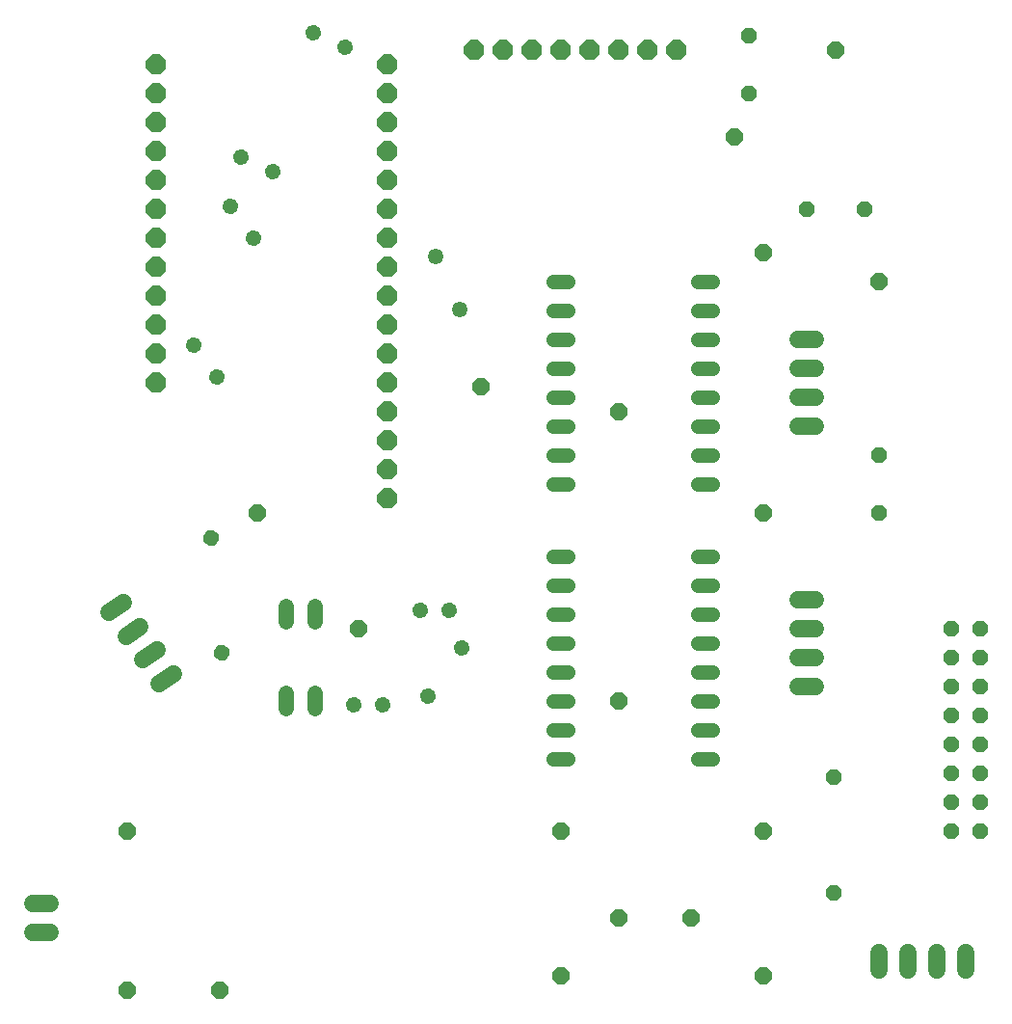
<source format=gbr>
G04 EAGLE Gerber RS-274X export*
G75*
%MOIN*%
%FSLAX34Y34*%
%LPD*%
%INBottom Copper*%
%IPPOS*%
%AMOC8*
5,1,8,0,0,1.08239X$1,22.5*%
G01*
%ADD10C,0.060000*%
%ADD11C,0.051496*%
%ADD12P,0.075767X8X112.500000*%
%ADD13P,0.056284X8X82.500000*%
%ADD14P,0.056284X8X97.500000*%
%ADD15P,0.056284X8X22.500000*%
%ADD16P,0.056284X8X292.500000*%
%ADD17P,0.056284X8X137.500000*%
%ADD18P,0.056284X8X112.500000*%
%ADD19P,0.064943X8X22.500000*%
%ADD20P,0.056284X8X257.500000*%
%ADD21P,0.056284X8X77.500000*%
%ADD22C,0.052000*%
%ADD23P,0.056284X8X297.500000*%
%ADD24P,0.060614X8X292.500000*%
%ADD25P,0.075767X8X292.500000*%


D10*
X2394Y15057D02*
X2885Y15401D01*
X3459Y14582D02*
X2967Y14238D01*
X3541Y13418D02*
X4033Y13762D01*
X4606Y12943D02*
X4115Y12599D01*
D11*
X17743Y26500D02*
X18257Y26500D01*
X18257Y25500D02*
X17743Y25500D01*
X17743Y24500D02*
X18257Y24500D01*
X18257Y23500D02*
X17743Y23500D01*
X17743Y22500D02*
X18257Y22500D01*
X18257Y21500D02*
X17743Y21500D01*
X17743Y20500D02*
X18257Y20500D01*
X18257Y19500D02*
X17743Y19500D01*
X22743Y19500D02*
X23257Y19500D01*
X23257Y20500D02*
X22743Y20500D01*
X22743Y21500D02*
X23257Y21500D01*
X23257Y22500D02*
X22743Y22500D01*
X22743Y23500D02*
X23257Y23500D01*
X23257Y24500D02*
X22743Y24500D01*
X22743Y25500D02*
X23257Y25500D01*
X23257Y26500D02*
X22743Y26500D01*
X18257Y17000D02*
X17743Y17000D01*
X17743Y16000D02*
X18257Y16000D01*
X18257Y15000D02*
X17743Y15000D01*
X17743Y14000D02*
X18257Y14000D01*
X18257Y13000D02*
X17743Y13000D01*
X17743Y12000D02*
X18257Y12000D01*
X18257Y11000D02*
X17743Y11000D01*
X17743Y10000D02*
X18257Y10000D01*
X22743Y10000D02*
X23257Y10000D01*
X23257Y11000D02*
X22743Y11000D01*
X22743Y12000D02*
X23257Y12000D01*
X23257Y13000D02*
X22743Y13000D01*
X22743Y14000D02*
X23257Y14000D01*
X23257Y15000D02*
X22743Y15000D01*
X22743Y16000D02*
X23257Y16000D01*
X23257Y17000D02*
X22743Y17000D01*
D12*
X12000Y19000D03*
X12000Y20000D03*
X12000Y21000D03*
X12000Y22000D03*
X12000Y23000D03*
X12000Y24000D03*
X12000Y25000D03*
X12000Y26000D03*
X12000Y27000D03*
X12000Y28000D03*
X12000Y29000D03*
X12000Y30000D03*
X12000Y31000D03*
X12000Y32000D03*
X12000Y33000D03*
X12000Y34000D03*
X4000Y34000D03*
X4000Y33000D03*
X4000Y32000D03*
X4000Y31000D03*
X4000Y30000D03*
X4000Y29000D03*
X4000Y28000D03*
X4000Y27000D03*
X4000Y26000D03*
X4000Y25000D03*
X4000Y24000D03*
X4000Y23000D03*
D13*
X8050Y30285D03*
X10550Y34615D03*
X6950Y30785D03*
X9450Y35115D03*
D14*
X5303Y24285D03*
X6597Y29115D03*
X6103Y23185D03*
X7397Y28015D03*
D15*
X26500Y29000D03*
X28500Y29000D03*
D16*
X29000Y20500D03*
X29000Y18500D03*
D17*
X14523Y25544D03*
X13677Y27356D03*
D18*
X24500Y33000D03*
X24500Y35000D03*
D10*
X26200Y12500D02*
X26800Y12500D01*
X26800Y13500D02*
X26200Y13500D01*
X26200Y14500D02*
X26800Y14500D01*
X26800Y15500D02*
X26200Y15500D01*
D19*
X3000Y7500D03*
X3000Y2000D03*
X18000Y7500D03*
X18000Y2500D03*
X25000Y7500D03*
X25000Y2500D03*
D20*
X13147Y15138D03*
X10853Y11862D03*
D21*
X11853Y11862D03*
X14147Y15138D03*
X13426Y12181D03*
X14574Y13819D03*
D22*
X8500Y12260D02*
X8500Y11740D01*
X9500Y11740D02*
X9500Y12260D01*
X9500Y14740D02*
X9500Y15260D01*
X8500Y15260D02*
X8500Y14740D01*
D23*
X5926Y17642D03*
X6274Y13658D03*
D10*
X29000Y3300D02*
X29000Y2700D01*
X30000Y2700D02*
X30000Y3300D01*
X31000Y3300D02*
X31000Y2700D01*
X32000Y2700D02*
X32000Y3300D01*
X26800Y21500D02*
X26200Y21500D01*
X26200Y22500D02*
X26800Y22500D01*
X26800Y23500D02*
X26200Y23500D01*
X26200Y24500D02*
X26800Y24500D01*
D19*
X15250Y22850D03*
X11000Y14500D03*
X6200Y2000D03*
X7500Y18500D03*
X20000Y22000D03*
X20000Y12000D03*
X24000Y31500D03*
X27500Y34500D03*
D18*
X27450Y5350D03*
X27450Y9350D03*
D19*
X22500Y4500D03*
X20000Y4500D03*
X25000Y18500D03*
X25000Y27500D03*
X29000Y26500D03*
D24*
X31500Y14500D03*
X32500Y14500D03*
X31500Y13500D03*
X32500Y13500D03*
X31500Y12500D03*
X32500Y12500D03*
X31500Y11500D03*
X32500Y11500D03*
X31500Y10500D03*
X32500Y10500D03*
X31500Y9500D03*
X32500Y9500D03*
X31500Y8500D03*
X32500Y8500D03*
X31500Y7500D03*
X32500Y7500D03*
D25*
X19000Y34500D03*
X18000Y34500D03*
X20000Y34500D03*
X21000Y34500D03*
X22000Y34500D03*
X17000Y34500D03*
X16000Y34500D03*
X15000Y34500D03*
D10*
X350Y5000D02*
X-250Y5000D01*
X-250Y4000D02*
X350Y4000D01*
M02*

</source>
